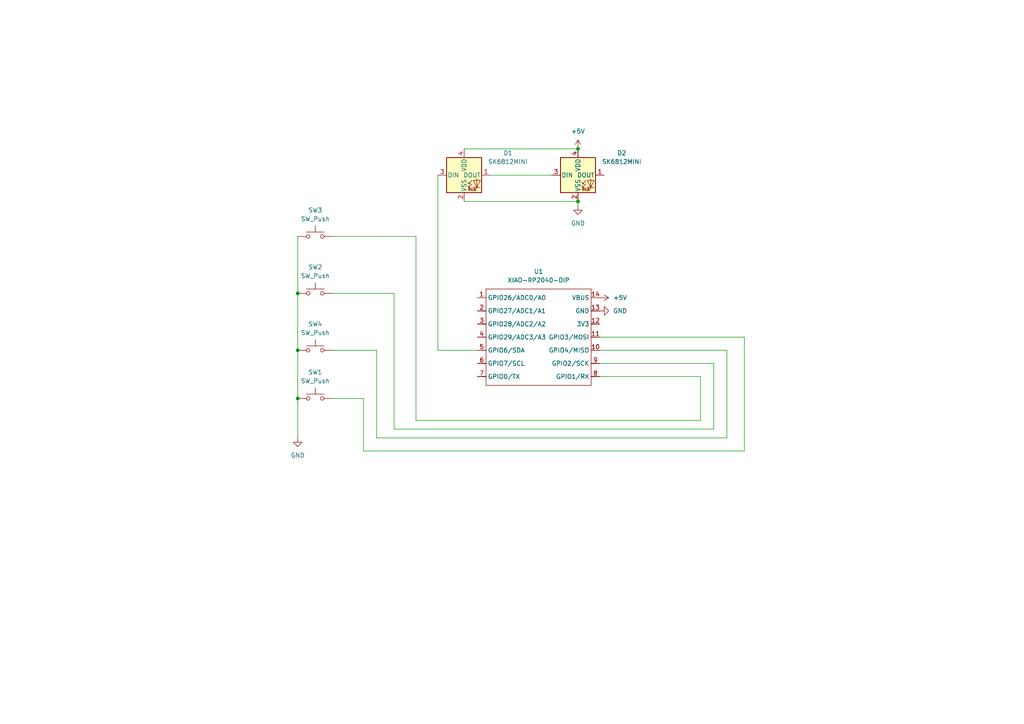
<source format=kicad_sch>
(kicad_sch
	(version 20250114)
	(generator "eeschema")
	(generator_version "9.0")
	(uuid "3e767889-1b11-4b2f-b3a5-cba255d79a85")
	(paper "A4")
	(lib_symbols
		(symbol "LED:SK6812MINI"
			(pin_names
				(offset 0.254)
			)
			(exclude_from_sim no)
			(in_bom yes)
			(on_board yes)
			(property "Reference" "D"
				(at 5.08 5.715 0)
				(effects
					(font
						(size 1.27 1.27)
					)
					(justify right bottom)
				)
			)
			(property "Value" "SK6812MINI"
				(at 1.27 -5.715 0)
				(effects
					(font
						(size 1.27 1.27)
					)
					(justify left top)
				)
			)
			(property "Footprint" "LED_SMD:LED_SK6812MINI_PLCC4_3.5x3.5mm_P1.75mm"
				(at 1.27 -7.62 0)
				(effects
					(font
						(size 1.27 1.27)
					)
					(justify left top)
					(hide yes)
				)
			)
			(property "Datasheet" "https://cdn-shop.adafruit.com/product-files/2686/SK6812MINI_REV.01-1-2.pdf"
				(at 2.54 -9.525 0)
				(effects
					(font
						(size 1.27 1.27)
					)
					(justify left top)
					(hide yes)
				)
			)
			(property "Description" "RGB LED with integrated controller"
				(at 0 0 0)
				(effects
					(font
						(size 1.27 1.27)
					)
					(hide yes)
				)
			)
			(property "ki_keywords" "RGB LED NeoPixel Mini addressable"
				(at 0 0 0)
				(effects
					(font
						(size 1.27 1.27)
					)
					(hide yes)
				)
			)
			(property "ki_fp_filters" "LED*SK6812MINI*PLCC*3.5x3.5mm*P1.75mm*"
				(at 0 0 0)
				(effects
					(font
						(size 1.27 1.27)
					)
					(hide yes)
				)
			)
			(symbol "SK6812MINI_0_0"
				(text "RGB"
					(at 2.286 -4.191 0)
					(effects
						(font
							(size 0.762 0.762)
						)
					)
				)
			)
			(symbol "SK6812MINI_0_1"
				(polyline
					(pts
						(xy 1.27 -2.54) (xy 1.778 -2.54)
					)
					(stroke
						(width 0)
						(type default)
					)
					(fill
						(type none)
					)
				)
				(polyline
					(pts
						(xy 1.27 -3.556) (xy 1.778 -3.556)
					)
					(stroke
						(width 0)
						(type default)
					)
					(fill
						(type none)
					)
				)
				(polyline
					(pts
						(xy 2.286 -1.524) (xy 1.27 -2.54) (xy 1.27 -2.032)
					)
					(stroke
						(width 0)
						(type default)
					)
					(fill
						(type none)
					)
				)
				(polyline
					(pts
						(xy 2.286 -2.54) (xy 1.27 -3.556) (xy 1.27 -3.048)
					)
					(stroke
						(width 0)
						(type default)
					)
					(fill
						(type none)
					)
				)
				(polyline
					(pts
						(xy 3.683 -1.016) (xy 3.683 -3.556) (xy 3.683 -4.064)
					)
					(stroke
						(width 0)
						(type default)
					)
					(fill
						(type none)
					)
				)
				(polyline
					(pts
						(xy 4.699 -1.524) (xy 2.667 -1.524) (xy 3.683 -3.556) (xy 4.699 -1.524)
					)
					(stroke
						(width 0)
						(type default)
					)
					(fill
						(type none)
					)
				)
				(polyline
					(pts
						(xy 4.699 -3.556) (xy 2.667 -3.556)
					)
					(stroke
						(width 0)
						(type default)
					)
					(fill
						(type none)
					)
				)
				(rectangle
					(start 5.08 5.08)
					(end -5.08 -5.08)
					(stroke
						(width 0.254)
						(type default)
					)
					(fill
						(type background)
					)
				)
			)
			(symbol "SK6812MINI_1_1"
				(pin input line
					(at -7.62 0 0)
					(length 2.54)
					(name "DIN"
						(effects
							(font
								(size 1.27 1.27)
							)
						)
					)
					(number "3"
						(effects
							(font
								(size 1.27 1.27)
							)
						)
					)
				)
				(pin power_in line
					(at 0 7.62 270)
					(length 2.54)
					(name "VDD"
						(effects
							(font
								(size 1.27 1.27)
							)
						)
					)
					(number "4"
						(effects
							(font
								(size 1.27 1.27)
							)
						)
					)
				)
				(pin power_in line
					(at 0 -7.62 90)
					(length 2.54)
					(name "VSS"
						(effects
							(font
								(size 1.27 1.27)
							)
						)
					)
					(number "2"
						(effects
							(font
								(size 1.27 1.27)
							)
						)
					)
				)
				(pin output line
					(at 7.62 0 180)
					(length 2.54)
					(name "DOUT"
						(effects
							(font
								(size 1.27 1.27)
							)
						)
					)
					(number "1"
						(effects
							(font
								(size 1.27 1.27)
							)
						)
					)
				)
			)
			(embedded_fonts no)
		)
		(symbol "OPL:XIAO-RP2040-DIP"
			(exclude_from_sim no)
			(in_bom yes)
			(on_board yes)
			(property "Reference" "U"
				(at 0 0 0)
				(effects
					(font
						(size 1.27 1.27)
					)
				)
			)
			(property "Value" "XIAO-RP2040-DIP"
				(at 5.334 -1.778 0)
				(effects
					(font
						(size 1.27 1.27)
					)
				)
			)
			(property "Footprint" "Module:MOUDLE14P-XIAO-DIP-SMD"
				(at 14.478 -32.258 0)
				(effects
					(font
						(size 1.27 1.27)
					)
					(hide yes)
				)
			)
			(property "Datasheet" ""
				(at 0 0 0)
				(effects
					(font
						(size 1.27 1.27)
					)
					(hide yes)
				)
			)
			(property "Description" ""
				(at 0 0 0)
				(effects
					(font
						(size 1.27 1.27)
					)
					(hide yes)
				)
			)
			(symbol "XIAO-RP2040-DIP_1_0"
				(polyline
					(pts
						(xy -1.27 -2.54) (xy 29.21 -2.54)
					)
					(stroke
						(width 0.1524)
						(type solid)
					)
					(fill
						(type none)
					)
				)
				(polyline
					(pts
						(xy -1.27 -5.08) (xy -2.54 -5.08)
					)
					(stroke
						(width 0.1524)
						(type solid)
					)
					(fill
						(type none)
					)
				)
				(polyline
					(pts
						(xy -1.27 -5.08) (xy -1.27 -2.54)
					)
					(stroke
						(width 0.1524)
						(type solid)
					)
					(fill
						(type none)
					)
				)
				(polyline
					(pts
						(xy -1.27 -8.89) (xy -2.54 -8.89)
					)
					(stroke
						(width 0.1524)
						(type solid)
					)
					(fill
						(type none)
					)
				)
				(polyline
					(pts
						(xy -1.27 -8.89) (xy -1.27 -5.08)
					)
					(stroke
						(width 0.1524)
						(type solid)
					)
					(fill
						(type none)
					)
				)
				(polyline
					(pts
						(xy -1.27 -12.7) (xy -2.54 -12.7)
					)
					(stroke
						(width 0.1524)
						(type solid)
					)
					(fill
						(type none)
					)
				)
				(polyline
					(pts
						(xy -1.27 -12.7) (xy -1.27 -8.89)
					)
					(stroke
						(width 0.1524)
						(type solid)
					)
					(fill
						(type none)
					)
				)
				(polyline
					(pts
						(xy -1.27 -16.51) (xy -2.54 -16.51)
					)
					(stroke
						(width 0.1524)
						(type solid)
					)
					(fill
						(type none)
					)
				)
				(polyline
					(pts
						(xy -1.27 -16.51) (xy -1.27 -12.7)
					)
					(stroke
						(width 0.1524)
						(type solid)
					)
					(fill
						(type none)
					)
				)
				(polyline
					(pts
						(xy -1.27 -20.32) (xy -2.54 -20.32)
					)
					(stroke
						(width 0.1524)
						(type solid)
					)
					(fill
						(type none)
					)
				)
				(polyline
					(pts
						(xy -1.27 -24.13) (xy -2.54 -24.13)
					)
					(stroke
						(width 0.1524)
						(type solid)
					)
					(fill
						(type none)
					)
				)
				(polyline
					(pts
						(xy -1.27 -27.94) (xy -2.54 -27.94)
					)
					(stroke
						(width 0.1524)
						(type solid)
					)
					(fill
						(type none)
					)
				)
				(polyline
					(pts
						(xy -1.27 -30.48) (xy -1.27 -16.51)
					)
					(stroke
						(width 0.1524)
						(type solid)
					)
					(fill
						(type none)
					)
				)
				(polyline
					(pts
						(xy 29.21 -2.54) (xy 29.21 -5.08)
					)
					(stroke
						(width 0.1524)
						(type solid)
					)
					(fill
						(type none)
					)
				)
				(polyline
					(pts
						(xy 29.21 -5.08) (xy 29.21 -8.89)
					)
					(stroke
						(width 0.1524)
						(type solid)
					)
					(fill
						(type none)
					)
				)
				(polyline
					(pts
						(xy 29.21 -8.89) (xy 29.21 -12.7)
					)
					(stroke
						(width 0.1524)
						(type solid)
					)
					(fill
						(type none)
					)
				)
				(polyline
					(pts
						(xy 29.21 -12.7) (xy 29.21 -30.48)
					)
					(stroke
						(width 0.1524)
						(type solid)
					)
					(fill
						(type none)
					)
				)
				(polyline
					(pts
						(xy 29.21 -30.48) (xy -1.27 -30.48)
					)
					(stroke
						(width 0.1524)
						(type solid)
					)
					(fill
						(type none)
					)
				)
				(polyline
					(pts
						(xy 30.48 -5.08) (xy 29.21 -5.08)
					)
					(stroke
						(width 0.1524)
						(type solid)
					)
					(fill
						(type none)
					)
				)
				(polyline
					(pts
						(xy 30.48 -8.89) (xy 29.21 -8.89)
					)
					(stroke
						(width 0.1524)
						(type solid)
					)
					(fill
						(type none)
					)
				)
				(polyline
					(pts
						(xy 30.48 -12.7) (xy 29.21 -12.7)
					)
					(stroke
						(width 0.1524)
						(type solid)
					)
					(fill
						(type none)
					)
				)
				(polyline
					(pts
						(xy 30.48 -16.51) (xy 29.21 -16.51)
					)
					(stroke
						(width 0.1524)
						(type solid)
					)
					(fill
						(type none)
					)
				)
				(polyline
					(pts
						(xy 30.48 -20.32) (xy 29.21 -20.32)
					)
					(stroke
						(width 0.1524)
						(type solid)
					)
					(fill
						(type none)
					)
				)
				(polyline
					(pts
						(xy 30.48 -24.13) (xy 29.21 -24.13)
					)
					(stroke
						(width 0.1524)
						(type solid)
					)
					(fill
						(type none)
					)
				)
				(polyline
					(pts
						(xy 30.48 -27.94) (xy 29.21 -27.94)
					)
					(stroke
						(width 0.1524)
						(type solid)
					)
					(fill
						(type none)
					)
				)
				(pin passive line
					(at -3.81 -5.08 0)
					(length 2.54)
					(name "GPIO26/ADC0/A0"
						(effects
							(font
								(size 1.27 1.27)
							)
						)
					)
					(number "1"
						(effects
							(font
								(size 1.27 1.27)
							)
						)
					)
				)
				(pin passive line
					(at -3.81 -8.89 0)
					(length 2.54)
					(name "GPIO27/ADC1/A1"
						(effects
							(font
								(size 1.27 1.27)
							)
						)
					)
					(number "2"
						(effects
							(font
								(size 1.27 1.27)
							)
						)
					)
				)
				(pin passive line
					(at -3.81 -12.7 0)
					(length 2.54)
					(name "GPIO28/ADC2/A2"
						(effects
							(font
								(size 1.27 1.27)
							)
						)
					)
					(number "3"
						(effects
							(font
								(size 1.27 1.27)
							)
						)
					)
				)
				(pin passive line
					(at -3.81 -16.51 0)
					(length 2.54)
					(name "GPIO29/ADC3/A3"
						(effects
							(font
								(size 1.27 1.27)
							)
						)
					)
					(number "4"
						(effects
							(font
								(size 1.27 1.27)
							)
						)
					)
				)
				(pin passive line
					(at -3.81 -20.32 0)
					(length 2.54)
					(name "GPIO6/SDA"
						(effects
							(font
								(size 1.27 1.27)
							)
						)
					)
					(number "5"
						(effects
							(font
								(size 1.27 1.27)
							)
						)
					)
				)
				(pin passive line
					(at -3.81 -24.13 0)
					(length 2.54)
					(name "GPIO7/SCL"
						(effects
							(font
								(size 1.27 1.27)
							)
						)
					)
					(number "6"
						(effects
							(font
								(size 1.27 1.27)
							)
						)
					)
				)
				(pin passive line
					(at -3.81 -27.94 0)
					(length 2.54)
					(name "GPIO0/TX"
						(effects
							(font
								(size 1.27 1.27)
							)
						)
					)
					(number "7"
						(effects
							(font
								(size 1.27 1.27)
							)
						)
					)
				)
				(pin passive line
					(at 31.75 -5.08 180)
					(length 2.54)
					(name "VBUS"
						(effects
							(font
								(size 1.27 1.27)
							)
						)
					)
					(number "14"
						(effects
							(font
								(size 1.27 1.27)
							)
						)
					)
				)
				(pin passive line
					(at 31.75 -8.89 180)
					(length 2.54)
					(name "GND"
						(effects
							(font
								(size 1.27 1.27)
							)
						)
					)
					(number "13"
						(effects
							(font
								(size 1.27 1.27)
							)
						)
					)
				)
				(pin passive line
					(at 31.75 -12.7 180)
					(length 2.54)
					(name "3V3"
						(effects
							(font
								(size 1.27 1.27)
							)
						)
					)
					(number "12"
						(effects
							(font
								(size 1.27 1.27)
							)
						)
					)
				)
				(pin passive line
					(at 31.75 -16.51 180)
					(length 2.54)
					(name "GPIO3/MOSI"
						(effects
							(font
								(size 1.27 1.27)
							)
						)
					)
					(number "11"
						(effects
							(font
								(size 1.27 1.27)
							)
						)
					)
				)
				(pin passive line
					(at 31.75 -20.32 180)
					(length 2.54)
					(name "GPIO4/MISO"
						(effects
							(font
								(size 1.27 1.27)
							)
						)
					)
					(number "10"
						(effects
							(font
								(size 1.27 1.27)
							)
						)
					)
				)
				(pin passive line
					(at 31.75 -24.13 180)
					(length 2.54)
					(name "GPIO2/SCK"
						(effects
							(font
								(size 1.27 1.27)
							)
						)
					)
					(number "9"
						(effects
							(font
								(size 1.27 1.27)
							)
						)
					)
				)
				(pin passive line
					(at 31.75 -27.94 180)
					(length 2.54)
					(name "GPIO1/RX"
						(effects
							(font
								(size 1.27 1.27)
							)
						)
					)
					(number "8"
						(effects
							(font
								(size 1.27 1.27)
							)
						)
					)
				)
			)
			(embedded_fonts no)
		)
		(symbol "Switch:SW_Push"
			(pin_numbers
				(hide yes)
			)
			(pin_names
				(offset 1.016)
				(hide yes)
			)
			(exclude_from_sim no)
			(in_bom yes)
			(on_board yes)
			(property "Reference" "SW"
				(at 1.27 2.54 0)
				(effects
					(font
						(size 1.27 1.27)
					)
					(justify left)
				)
			)
			(property "Value" "SW_Push"
				(at 0 -1.524 0)
				(effects
					(font
						(size 1.27 1.27)
					)
				)
			)
			(property "Footprint" ""
				(at 0 5.08 0)
				(effects
					(font
						(size 1.27 1.27)
					)
					(hide yes)
				)
			)
			(property "Datasheet" "~"
				(at 0 5.08 0)
				(effects
					(font
						(size 1.27 1.27)
					)
					(hide yes)
				)
			)
			(property "Description" "Push button switch, generic, two pins"
				(at 0 0 0)
				(effects
					(font
						(size 1.27 1.27)
					)
					(hide yes)
				)
			)
			(property "ki_keywords" "switch normally-open pushbutton push-button"
				(at 0 0 0)
				(effects
					(font
						(size 1.27 1.27)
					)
					(hide yes)
				)
			)
			(symbol "SW_Push_0_1"
				(circle
					(center -2.032 0)
					(radius 0.508)
					(stroke
						(width 0)
						(type default)
					)
					(fill
						(type none)
					)
				)
				(polyline
					(pts
						(xy 0 1.27) (xy 0 3.048)
					)
					(stroke
						(width 0)
						(type default)
					)
					(fill
						(type none)
					)
				)
				(circle
					(center 2.032 0)
					(radius 0.508)
					(stroke
						(width 0)
						(type default)
					)
					(fill
						(type none)
					)
				)
				(polyline
					(pts
						(xy 2.54 1.27) (xy -2.54 1.27)
					)
					(stroke
						(width 0)
						(type default)
					)
					(fill
						(type none)
					)
				)
				(pin passive line
					(at -5.08 0 0)
					(length 2.54)
					(name "1"
						(effects
							(font
								(size 1.27 1.27)
							)
						)
					)
					(number "1"
						(effects
							(font
								(size 1.27 1.27)
							)
						)
					)
				)
				(pin passive line
					(at 5.08 0 180)
					(length 2.54)
					(name "2"
						(effects
							(font
								(size 1.27 1.27)
							)
						)
					)
					(number "2"
						(effects
							(font
								(size 1.27 1.27)
							)
						)
					)
				)
			)
			(embedded_fonts no)
		)
		(symbol "power:+5V"
			(power)
			(pin_numbers
				(hide yes)
			)
			(pin_names
				(offset 0)
				(hide yes)
			)
			(exclude_from_sim no)
			(in_bom yes)
			(on_board yes)
			(property "Reference" "#PWR"
				(at 0 -3.81 0)
				(effects
					(font
						(size 1.27 1.27)
					)
					(hide yes)
				)
			)
			(property "Value" "+5V"
				(at 0 3.556 0)
				(effects
					(font
						(size 1.27 1.27)
					)
				)
			)
			(property "Footprint" ""
				(at 0 0 0)
				(effects
					(font
						(size 1.27 1.27)
					)
					(hide yes)
				)
			)
			(property "Datasheet" ""
				(at 0 0 0)
				(effects
					(font
						(size 1.27 1.27)
					)
					(hide yes)
				)
			)
			(property "Description" "Power symbol creates a global label with name \"+5V\""
				(at 0 0 0)
				(effects
					(font
						(size 1.27 1.27)
					)
					(hide yes)
				)
			)
			(property "ki_keywords" "global power"
				(at 0 0 0)
				(effects
					(font
						(size 1.27 1.27)
					)
					(hide yes)
				)
			)
			(symbol "+5V_0_1"
				(polyline
					(pts
						(xy -0.762 1.27) (xy 0 2.54)
					)
					(stroke
						(width 0)
						(type default)
					)
					(fill
						(type none)
					)
				)
				(polyline
					(pts
						(xy 0 2.54) (xy 0.762 1.27)
					)
					(stroke
						(width 0)
						(type default)
					)
					(fill
						(type none)
					)
				)
				(polyline
					(pts
						(xy 0 0) (xy 0 2.54)
					)
					(stroke
						(width 0)
						(type default)
					)
					(fill
						(type none)
					)
				)
			)
			(symbol "+5V_1_1"
				(pin power_in line
					(at 0 0 90)
					(length 0)
					(name "~"
						(effects
							(font
								(size 1.27 1.27)
							)
						)
					)
					(number "1"
						(effects
							(font
								(size 1.27 1.27)
							)
						)
					)
				)
			)
			(embedded_fonts no)
		)
		(symbol "power:GND"
			(power)
			(pin_numbers
				(hide yes)
			)
			(pin_names
				(offset 0)
				(hide yes)
			)
			(exclude_from_sim no)
			(in_bom yes)
			(on_board yes)
			(property "Reference" "#PWR"
				(at 0 -6.35 0)
				(effects
					(font
						(size 1.27 1.27)
					)
					(hide yes)
				)
			)
			(property "Value" "GND"
				(at 0 -3.81 0)
				(effects
					(font
						(size 1.27 1.27)
					)
				)
			)
			(property "Footprint" ""
				(at 0 0 0)
				(effects
					(font
						(size 1.27 1.27)
					)
					(hide yes)
				)
			)
			(property "Datasheet" ""
				(at 0 0 0)
				(effects
					(font
						(size 1.27 1.27)
					)
					(hide yes)
				)
			)
			(property "Description" "Power symbol creates a global label with name \"GND\" , ground"
				(at 0 0 0)
				(effects
					(font
						(size 1.27 1.27)
					)
					(hide yes)
				)
			)
			(property "ki_keywords" "global power"
				(at 0 0 0)
				(effects
					(font
						(size 1.27 1.27)
					)
					(hide yes)
				)
			)
			(symbol "GND_0_1"
				(polyline
					(pts
						(xy 0 0) (xy 0 -1.27) (xy 1.27 -1.27) (xy 0 -2.54) (xy -1.27 -1.27) (xy 0 -1.27)
					)
					(stroke
						(width 0)
						(type default)
					)
					(fill
						(type none)
					)
				)
			)
			(symbol "GND_1_1"
				(pin power_in line
					(at 0 0 270)
					(length 0)
					(name "~"
						(effects
							(font
								(size 1.27 1.27)
							)
						)
					)
					(number "1"
						(effects
							(font
								(size 1.27 1.27)
							)
						)
					)
				)
			)
			(embedded_fonts no)
		)
	)
	(junction
		(at 86.36 85.09)
		(diameter 0)
		(color 0 0 0 0)
		(uuid "2a3446c8-6ea5-4e8b-8fab-c232e48ef656")
	)
	(junction
		(at 86.36 101.6)
		(diameter 0)
		(color 0 0 0 0)
		(uuid "41c00505-abaa-43a3-99e2-5fd349ff56cd")
	)
	(junction
		(at 167.64 58.42)
		(diameter 0)
		(color 0 0 0 0)
		(uuid "dc955750-f43e-4290-91e5-dada398d2886")
	)
	(junction
		(at 167.64 43.18)
		(diameter 0)
		(color 0 0 0 0)
		(uuid "ddaa8385-fcb5-4992-843e-aa548be1632f")
	)
	(junction
		(at 86.36 115.57)
		(diameter 0)
		(color 0 0 0 0)
		(uuid "fed567ee-5b4b-4a51-9ee8-1fe8d671854d")
	)
	(wire
		(pts
			(xy 134.62 43.18) (xy 167.64 43.18)
		)
		(stroke
			(width 0)
			(type default)
		)
		(uuid "0856e616-4209-4621-bd88-3f0f30caf6c7")
	)
	(wire
		(pts
			(xy 114.3 124.46) (xy 207.01 124.46)
		)
		(stroke
			(width 0)
			(type default)
		)
		(uuid "0956a11c-4cb2-4055-931d-1a7cbdfa2e7b")
	)
	(wire
		(pts
			(xy 134.62 58.42) (xy 167.64 58.42)
		)
		(stroke
			(width 0)
			(type default)
		)
		(uuid "2541a339-7cb2-4bca-8850-b68bed9b37a6")
	)
	(wire
		(pts
			(xy 207.01 124.46) (xy 207.01 105.41)
		)
		(stroke
			(width 0)
			(type default)
		)
		(uuid "3bd2b7fa-93fd-4c67-a8a4-2bcd6b7a671e")
	)
	(wire
		(pts
			(xy 96.52 101.6) (xy 109.22 101.6)
		)
		(stroke
			(width 0)
			(type default)
		)
		(uuid "4863869d-8c61-46df-a15d-18c1171de0e7")
	)
	(wire
		(pts
			(xy 167.64 58.42) (xy 167.64 59.69)
		)
		(stroke
			(width 0)
			(type default)
		)
		(uuid "4ffca439-4dde-4693-b4e9-7ed20e0a3f77")
	)
	(wire
		(pts
			(xy 173.99 101.6) (xy 210.82 101.6)
		)
		(stroke
			(width 0)
			(type default)
		)
		(uuid "569643d4-d060-4833-a086-b0102da0e05d")
	)
	(wire
		(pts
			(xy 96.52 115.57) (xy 105.41 115.57)
		)
		(stroke
			(width 0)
			(type default)
		)
		(uuid "573d53f5-8206-48c1-a6d7-4ee1ef1d3148")
	)
	(wire
		(pts
			(xy 86.36 101.6) (xy 86.36 115.57)
		)
		(stroke
			(width 0)
			(type default)
		)
		(uuid "5939ddcd-df84-42d5-b9e8-894a13ddd40f")
	)
	(wire
		(pts
			(xy 210.82 127) (xy 210.82 101.6)
		)
		(stroke
			(width 0)
			(type default)
		)
		(uuid "5a302873-2ae2-4c43-87c9-8c3e971e92a4")
	)
	(wire
		(pts
			(xy 207.01 105.41) (xy 173.99 105.41)
		)
		(stroke
			(width 0)
			(type default)
		)
		(uuid "5c17f2c6-63f9-4cd1-a8b4-7f6d6dab3602")
	)
	(wire
		(pts
			(xy 109.22 101.6) (xy 109.22 127)
		)
		(stroke
			(width 0)
			(type default)
		)
		(uuid "5d6885da-63aa-4941-971e-5c6298197054")
	)
	(wire
		(pts
			(xy 105.41 130.81) (xy 215.9 130.81)
		)
		(stroke
			(width 0)
			(type default)
		)
		(uuid "6c70b513-712a-492f-a8b8-cbf4fd454602")
	)
	(wire
		(pts
			(xy 86.36 115.57) (xy 86.36 127)
		)
		(stroke
			(width 0)
			(type default)
		)
		(uuid "7716dd81-a299-4d25-9c17-f6d940c97127")
	)
	(wire
		(pts
			(xy 142.24 50.8) (xy 160.02 50.8)
		)
		(stroke
			(width 0)
			(type default)
		)
		(uuid "7d168baf-e6ae-4dae-be91-7285bb0f278c")
	)
	(wire
		(pts
			(xy 109.22 127) (xy 210.82 127)
		)
		(stroke
			(width 0)
			(type default)
		)
		(uuid "7fdaba58-c570-4671-be0c-60d61706a8ba")
	)
	(wire
		(pts
			(xy 215.9 130.81) (xy 215.9 97.79)
		)
		(stroke
			(width 0)
			(type default)
		)
		(uuid "853b9971-5193-4ac4-9199-55a2ff2c4114")
	)
	(wire
		(pts
			(xy 120.65 121.92) (xy 203.2 121.92)
		)
		(stroke
			(width 0)
			(type default)
		)
		(uuid "a56df286-3514-4f87-aa84-666f6acc19d3")
	)
	(wire
		(pts
			(xy 203.2 121.92) (xy 203.2 109.22)
		)
		(stroke
			(width 0)
			(type default)
		)
		(uuid "b0f03cd1-4842-4eae-a72c-d058c051889f")
	)
	(wire
		(pts
			(xy 173.99 97.79) (xy 215.9 97.79)
		)
		(stroke
			(width 0)
			(type default)
		)
		(uuid "cf4f52b5-8ebb-4ac5-88cc-4a3b5fcec012")
	)
	(wire
		(pts
			(xy 86.36 85.09) (xy 86.36 101.6)
		)
		(stroke
			(width 0)
			(type default)
		)
		(uuid "d81ed1ce-24fe-44fd-ade6-80a035b6cd05")
	)
	(wire
		(pts
			(xy 96.52 85.09) (xy 114.3 85.09)
		)
		(stroke
			(width 0)
			(type default)
		)
		(uuid "d93e5eab-79f7-4950-ab3e-05b542e11ca0")
	)
	(wire
		(pts
			(xy 127 101.6) (xy 138.43 101.6)
		)
		(stroke
			(width 0)
			(type default)
		)
		(uuid "db8ae7d9-ee69-4a6e-a1f2-2b0296f60a99")
	)
	(wire
		(pts
			(xy 86.36 68.58) (xy 86.36 85.09)
		)
		(stroke
			(width 0)
			(type default)
		)
		(uuid "dd85d4d9-c296-4b35-adc0-dac80c557144")
	)
	(wire
		(pts
			(xy 105.41 115.57) (xy 105.41 130.81)
		)
		(stroke
			(width 0)
			(type default)
		)
		(uuid "e91e0cd7-d735-4834-9752-52a94fb8eab2")
	)
	(wire
		(pts
			(xy 127 50.8) (xy 127 101.6)
		)
		(stroke
			(width 0)
			(type default)
		)
		(uuid "e9dc33ff-686e-4c05-811f-0fae3ad30123")
	)
	(wire
		(pts
			(xy 120.65 68.58) (xy 120.65 121.92)
		)
		(stroke
			(width 0)
			(type default)
		)
		(uuid "ed72c386-90ba-4a8f-911f-70fca189c331")
	)
	(wire
		(pts
			(xy 114.3 85.09) (xy 114.3 124.46)
		)
		(stroke
			(width 0)
			(type default)
		)
		(uuid "f32357ee-f962-48f7-a23c-9de2633e1751")
	)
	(wire
		(pts
			(xy 203.2 109.22) (xy 173.99 109.22)
		)
		(stroke
			(width 0)
			(type default)
		)
		(uuid "f97ec80f-433a-4196-af2f-c243637e2939")
	)
	(wire
		(pts
			(xy 96.52 68.58) (xy 120.65 68.58)
		)
		(stroke
			(width 0)
			(type default)
		)
		(uuid "fc1ddf86-59dc-4aba-b556-669b10fbd472")
	)
	(symbol
		(lib_id "Switch:SW_Push")
		(at 91.44 101.6 0)
		(unit 1)
		(exclude_from_sim no)
		(in_bom yes)
		(on_board yes)
		(dnp no)
		(fields_autoplaced yes)
		(uuid "1d566c85-e19d-4303-9d52-c540762b0ace")
		(property "Reference" "SW4"
			(at 91.44 93.98 0)
			(effects
				(font
					(size 1.27 1.27)
				)
			)
		)
		(property "Value" "SW_Push"
			(at 91.44 96.52 0)
			(effects
				(font
					(size 1.27 1.27)
				)
			)
		)
		(property "Footprint" "Button_Switch_Keyboard:SW_Cherry_MX_1.00u_PCB"
			(at 91.44 96.52 0)
			(effects
				(font
					(size 1.27 1.27)
				)
				(hide yes)
			)
		)
		(property "Datasheet" "~"
			(at 91.44 96.52 0)
			(effects
				(font
					(size 1.27 1.27)
				)
				(hide yes)
			)
		)
		(property "Description" "Push button switch, generic, two pins"
			(at 91.44 101.6 0)
			(effects
				(font
					(size 1.27 1.27)
				)
				(hide yes)
			)
		)
		(pin "2"
			(uuid "c6e3def1-86d6-468c-8044-43c0b72f98c5")
		)
		(pin "1"
			(uuid "c9c387bf-d595-44cf-bdb5-13bcc3b545b0")
		)
		(instances
			(project ""
				(path "/3e767889-1b11-4b2f-b3a5-cba255d79a85"
					(reference "SW4")
					(unit 1)
				)
			)
		)
	)
	(symbol
		(lib_id "Switch:SW_Push")
		(at 91.44 115.57 0)
		(unit 1)
		(exclude_from_sim no)
		(in_bom yes)
		(on_board yes)
		(dnp no)
		(uuid "2677c9db-28d4-4c8c-bb49-f1b4f035c54f")
		(property "Reference" "SW1"
			(at 91.44 107.95 0)
			(effects
				(font
					(size 1.27 1.27)
				)
			)
		)
		(property "Value" "SW_Push"
			(at 91.44 110.49 0)
			(effects
				(font
					(size 1.27 1.27)
				)
			)
		)
		(property "Footprint" "Button_Switch_Keyboard:SW_Cherry_MX_1.00u_PCB"
			(at 91.44 110.49 0)
			(effects
				(font
					(size 1.27 1.27)
				)
				(hide yes)
			)
		)
		(property "Datasheet" "~"
			(at 91.44 110.49 0)
			(effects
				(font
					(size 1.27 1.27)
				)
				(hide yes)
			)
		)
		(property "Description" "Push button switch, generic, two pins"
			(at 91.44 115.57 0)
			(effects
				(font
					(size 1.27 1.27)
				)
				(hide yes)
			)
		)
		(pin "1"
			(uuid "303f4344-31c8-4377-8083-0bdf1bb20eef")
		)
		(pin "2"
			(uuid "5f40b6a2-aefd-4b47-b5cb-c14c360a948e")
		)
		(instances
			(project ""
				(path "/3e767889-1b11-4b2f-b3a5-cba255d79a85"
					(reference "SW1")
					(unit 1)
				)
			)
		)
	)
	(symbol
		(lib_id "power:+5V")
		(at 173.99 86.36 270)
		(unit 1)
		(exclude_from_sim no)
		(in_bom yes)
		(on_board yes)
		(dnp no)
		(fields_autoplaced yes)
		(uuid "4a5709a9-130e-4e7a-8f25-c9dcb90738cd")
		(property "Reference" "#PWR04"
			(at 170.18 86.36 0)
			(effects
				(font
					(size 1.27 1.27)
				)
				(hide yes)
			)
		)
		(property "Value" "+5V"
			(at 177.8 86.3599 90)
			(effects
				(font
					(size 1.27 1.27)
				)
				(justify left)
			)
		)
		(property "Footprint" ""
			(at 173.99 86.36 0)
			(effects
				(font
					(size 1.27 1.27)
				)
				(hide yes)
			)
		)
		(property "Datasheet" ""
			(at 173.99 86.36 0)
			(effects
				(font
					(size 1.27 1.27)
				)
				(hide yes)
			)
		)
		(property "Description" "Power symbol creates a global label with name \"+5V\""
			(at 173.99 86.36 0)
			(effects
				(font
					(size 1.27 1.27)
				)
				(hide yes)
			)
		)
		(pin "1"
			(uuid "6e5aeb65-c902-4a50-af95-9f6a1e891285")
		)
		(instances
			(project ""
				(path "/3e767889-1b11-4b2f-b3a5-cba255d79a85"
					(reference "#PWR04")
					(unit 1)
				)
			)
		)
	)
	(symbol
		(lib_id "power:GND")
		(at 173.99 90.17 90)
		(unit 1)
		(exclude_from_sim no)
		(in_bom yes)
		(on_board yes)
		(dnp no)
		(fields_autoplaced yes)
		(uuid "8b017b44-401c-4ebd-88c0-4ea2ed5dbd51")
		(property "Reference" "#PWR03"
			(at 180.34 90.17 0)
			(effects
				(font
					(size 1.27 1.27)
				)
				(hide yes)
			)
		)
		(property "Value" "GND"
			(at 177.8 90.1699 90)
			(effects
				(font
					(size 1.27 1.27)
				)
				(justify right)
			)
		)
		(property "Footprint" ""
			(at 173.99 90.17 0)
			(effects
				(font
					(size 1.27 1.27)
				)
				(hide yes)
			)
		)
		(property "Datasheet" ""
			(at 173.99 90.17 0)
			(effects
				(font
					(size 1.27 1.27)
				)
				(hide yes)
			)
		)
		(property "Description" "Power symbol creates a global label with name \"GND\" , ground"
			(at 173.99 90.17 0)
			(effects
				(font
					(size 1.27 1.27)
				)
				(hide yes)
			)
		)
		(pin "1"
			(uuid "bd5e1b63-bde1-46d9-a2f0-d7b838712fe7")
		)
		(instances
			(project ""
				(path "/3e767889-1b11-4b2f-b3a5-cba255d79a85"
					(reference "#PWR03")
					(unit 1)
				)
			)
		)
	)
	(symbol
		(lib_id "power:+5V")
		(at 167.64 43.18 0)
		(unit 1)
		(exclude_from_sim no)
		(in_bom yes)
		(on_board yes)
		(dnp no)
		(fields_autoplaced yes)
		(uuid "ab80aaae-8456-416f-919f-e1fe89016555")
		(property "Reference" "#PWR05"
			(at 167.64 46.99 0)
			(effects
				(font
					(size 1.27 1.27)
				)
				(hide yes)
			)
		)
		(property "Value" "+5V"
			(at 167.64 38.1 0)
			(effects
				(font
					(size 1.27 1.27)
				)
			)
		)
		(property "Footprint" ""
			(at 167.64 43.18 0)
			(effects
				(font
					(size 1.27 1.27)
				)
				(hide yes)
			)
		)
		(property "Datasheet" ""
			(at 167.64 43.18 0)
			(effects
				(font
					(size 1.27 1.27)
				)
				(hide yes)
			)
		)
		(property "Description" "Power symbol creates a global label with name \"+5V\""
			(at 167.64 43.18 0)
			(effects
				(font
					(size 1.27 1.27)
				)
				(hide yes)
			)
		)
		(pin "1"
			(uuid "6aa2a8a7-3341-403a-a98b-3015b3ac5ae2")
		)
		(instances
			(project ""
				(path "/3e767889-1b11-4b2f-b3a5-cba255d79a85"
					(reference "#PWR05")
					(unit 1)
				)
			)
		)
	)
	(symbol
		(lib_id "power:GND")
		(at 86.36 127 0)
		(unit 1)
		(exclude_from_sim no)
		(in_bom yes)
		(on_board yes)
		(dnp no)
		(fields_autoplaced yes)
		(uuid "b333da91-9e89-4b10-bcb5-65b95d1dd91d")
		(property "Reference" "#PWR01"
			(at 86.36 133.35 0)
			(effects
				(font
					(size 1.27 1.27)
				)
				(hide yes)
			)
		)
		(property "Value" "GND"
			(at 86.36 132.08 0)
			(effects
				(font
					(size 1.27 1.27)
				)
			)
		)
		(property "Footprint" ""
			(at 86.36 127 0)
			(effects
				(font
					(size 1.27 1.27)
				)
				(hide yes)
			)
		)
		(property "Datasheet" ""
			(at 86.36 127 0)
			(effects
				(font
					(size 1.27 1.27)
				)
				(hide yes)
			)
		)
		(property "Description" "Power symbol creates a global label with name \"GND\" , ground"
			(at 86.36 127 0)
			(effects
				(font
					(size 1.27 1.27)
				)
				(hide yes)
			)
		)
		(pin "1"
			(uuid "62632d2b-713f-4f6c-be66-1f4d2bcfe418")
		)
		(instances
			(project ""
				(path "/3e767889-1b11-4b2f-b3a5-cba255d79a85"
					(reference "#PWR01")
					(unit 1)
				)
			)
		)
	)
	(symbol
		(lib_id "LED:SK6812MINI")
		(at 134.62 50.8 0)
		(unit 1)
		(exclude_from_sim no)
		(in_bom yes)
		(on_board yes)
		(dnp no)
		(fields_autoplaced yes)
		(uuid "b64320ea-7eb9-4fe8-829c-5fad58de1859")
		(property "Reference" "D1"
			(at 147.32 44.3798 0)
			(effects
				(font
					(size 1.27 1.27)
				)
			)
		)
		(property "Value" "SK6812MINI"
			(at 147.32 46.9198 0)
			(effects
				(font
					(size 1.27 1.27)
				)
			)
		)
		(property "Footprint" "LED_SMD:LED_SK6812MINI_PLCC4_3.5x3.5mm_P1.75mm"
			(at 135.89 58.42 0)
			(effects
				(font
					(size 1.27 1.27)
				)
				(justify left top)
				(hide yes)
			)
		)
		(property "Datasheet" "https://cdn-shop.adafruit.com/product-files/2686/SK6812MINI_REV.01-1-2.pdf"
			(at 137.16 60.325 0)
			(effects
				(font
					(size 1.27 1.27)
				)
				(justify left top)
				(hide yes)
			)
		)
		(property "Description" "RGB LED with integrated controller"
			(at 134.62 50.8 0)
			(effects
				(font
					(size 1.27 1.27)
				)
				(hide yes)
			)
		)
		(pin "2"
			(uuid "2dee761e-e944-478f-af12-175992620161")
		)
		(pin "3"
			(uuid "8c1eedeb-4070-4797-92c3-c54e210d6d27")
		)
		(pin "4"
			(uuid "b2facf45-52de-484d-ac2a-6404ac3deb62")
		)
		(pin "1"
			(uuid "bb48c2d5-6058-414a-ab8e-350c1ca74023")
		)
		(instances
			(project ""
				(path "/3e767889-1b11-4b2f-b3a5-cba255d79a85"
					(reference "D1")
					(unit 1)
				)
			)
		)
	)
	(symbol
		(lib_id "OPL:XIAO-RP2040-DIP")
		(at 142.24 81.28 0)
		(unit 1)
		(exclude_from_sim no)
		(in_bom yes)
		(on_board yes)
		(dnp no)
		(fields_autoplaced yes)
		(uuid "bf0d21a2-8233-4022-87d2-5861eb5ce899")
		(property "Reference" "U1"
			(at 156.21 78.74 0)
			(effects
				(font
					(size 1.27 1.27)
				)
			)
		)
		(property "Value" "XIAO-RP2040-DIP"
			(at 156.21 81.28 0)
			(effects
				(font
					(size 1.27 1.27)
				)
			)
		)
		(property "Footprint" "OPL:XIAO-RP2040-DIP"
			(at 156.718 113.538 0)
			(effects
				(font
					(size 1.27 1.27)
				)
				(hide yes)
			)
		)
		(property "Datasheet" ""
			(at 142.24 81.28 0)
			(effects
				(font
					(size 1.27 1.27)
				)
				(hide yes)
			)
		)
		(property "Description" ""
			(at 142.24 81.28 0)
			(effects
				(font
					(size 1.27 1.27)
				)
				(hide yes)
			)
		)
		(pin "7"
			(uuid "659f7bdf-4548-40b0-a09a-5a581a62a4b6")
		)
		(pin "13"
			(uuid "28f97f7d-3220-4588-a204-61055275c408")
		)
		(pin "3"
			(uuid "c333667d-4d09-4612-a802-97b094212f4e")
		)
		(pin "5"
			(uuid "406c863e-0450-46cb-bb7f-a77930d9abd3")
		)
		(pin "12"
			(uuid "f6005a87-b6f9-4a2c-ad0a-093f3a44fb49")
		)
		(pin "6"
			(uuid "7a0ef1d5-c565-416c-b3cb-ee167659f3f1")
		)
		(pin "1"
			(uuid "fa59202e-791b-4ec1-89e7-1a17ce74b4ae")
		)
		(pin "9"
			(uuid "cf388b53-1a72-4169-8873-432df76c1f46")
		)
		(pin "2"
			(uuid "f5ce43cd-97f5-494c-bca0-694f59b914a2")
		)
		(pin "4"
			(uuid "5dbb2493-6dd8-487c-b2c1-b3b897aa25e8")
		)
		(pin "14"
			(uuid "295a8534-b2f9-4e7d-857b-5dded1395dcc")
		)
		(pin "10"
			(uuid "abe9028d-7b5f-446a-872a-8e256c4ca324")
		)
		(pin "8"
			(uuid "13db2899-4737-4ee3-a11e-4b8727597791")
		)
		(pin "11"
			(uuid "f5503e7e-f426-47f7-9686-f2f869a5b63c")
		)
		(instances
			(project ""
				(path "/3e767889-1b11-4b2f-b3a5-cba255d79a85"
					(reference "U1")
					(unit 1)
				)
			)
		)
	)
	(symbol
		(lib_id "Switch:SW_Push")
		(at 91.44 85.09 0)
		(unit 1)
		(exclude_from_sim no)
		(in_bom yes)
		(on_board yes)
		(dnp no)
		(fields_autoplaced yes)
		(uuid "cfc8b8f9-ed45-425a-95c8-cc48337f90ad")
		(property "Reference" "SW2"
			(at 91.44 77.47 0)
			(effects
				(font
					(size 1.27 1.27)
				)
			)
		)
		(property "Value" "SW_Push"
			(at 91.44 80.01 0)
			(effects
				(font
					(size 1.27 1.27)
				)
			)
		)
		(property "Footprint" "Button_Switch_Keyboard:SW_Cherry_MX_1.00u_PCB"
			(at 91.44 80.01 0)
			(effects
				(font
					(size 1.27 1.27)
				)
				(hide yes)
			)
		)
		(property "Datasheet" "~"
			(at 91.44 80.01 0)
			(effects
				(font
					(size 1.27 1.27)
				)
				(hide yes)
			)
		)
		(property "Description" "Push button switch, generic, two pins"
			(at 91.44 85.09 0)
			(effects
				(font
					(size 1.27 1.27)
				)
				(hide yes)
			)
		)
		(pin "1"
			(uuid "3129295a-2ab7-4b28-bc1b-ea71d348e616")
		)
		(pin "2"
			(uuid "360265af-6eb8-441b-99b8-b370a60f40be")
		)
		(instances
			(project ""
				(path "/3e767889-1b11-4b2f-b3a5-cba255d79a85"
					(reference "SW2")
					(unit 1)
				)
			)
		)
	)
	(symbol
		(lib_id "LED:SK6812MINI")
		(at 167.64 50.8 0)
		(unit 1)
		(exclude_from_sim no)
		(in_bom yes)
		(on_board yes)
		(dnp no)
		(fields_autoplaced yes)
		(uuid "d8d8b6a5-c153-4451-8ebd-8337312f85cf")
		(property "Reference" "D2"
			(at 180.34 44.3798 0)
			(effects
				(font
					(size 1.27 1.27)
				)
			)
		)
		(property "Value" "SK6812MINI"
			(at 180.34 46.9198 0)
			(effects
				(font
					(size 1.27 1.27)
				)
			)
		)
		(property "Footprint" "LED_SMD:LED_SK6812MINI_PLCC4_3.5x3.5mm_P1.75mm"
			(at 168.91 58.42 0)
			(effects
				(font
					(size 1.27 1.27)
				)
				(justify left top)
				(hide yes)
			)
		)
		(property "Datasheet" "https://cdn-shop.adafruit.com/product-files/2686/SK6812MINI_REV.01-1-2.pdf"
			(at 170.18 60.325 0)
			(effects
				(font
					(size 1.27 1.27)
				)
				(justify left top)
				(hide yes)
			)
		)
		(property "Description" "RGB LED with integrated controller"
			(at 167.64 50.8 0)
			(effects
				(font
					(size 1.27 1.27)
				)
				(hide yes)
			)
		)
		(pin "3"
			(uuid "954e98d9-175b-4610-a620-d8d909324b9f")
		)
		(pin "1"
			(uuid "750bbbae-3829-4b02-8344-e199e6d4ffd4")
		)
		(pin "4"
			(uuid "bb977b12-44e7-485b-9172-b221ca3a2c52")
		)
		(pin "2"
			(uuid "df2c1f02-bc64-40a6-a562-f4d6cd16c51a")
		)
		(instances
			(project ""
				(path "/3e767889-1b11-4b2f-b3a5-cba255d79a85"
					(reference "D2")
					(unit 1)
				)
			)
		)
	)
	(symbol
		(lib_id "power:GND")
		(at 167.64 59.69 0)
		(unit 1)
		(exclude_from_sim no)
		(in_bom yes)
		(on_board yes)
		(dnp no)
		(fields_autoplaced yes)
		(uuid "ddee2996-4321-4b0b-95d8-89e476219a7f")
		(property "Reference" "#PWR02"
			(at 167.64 66.04 0)
			(effects
				(font
					(size 1.27 1.27)
				)
				(hide yes)
			)
		)
		(property "Value" "GND"
			(at 167.64 64.77 0)
			(effects
				(font
					(size 1.27 1.27)
				)
			)
		)
		(property "Footprint" ""
			(at 167.64 59.69 0)
			(effects
				(font
					(size 1.27 1.27)
				)
				(hide yes)
			)
		)
		(property "Datasheet" ""
			(at 167.64 59.69 0)
			(effects
				(font
					(size 1.27 1.27)
				)
				(hide yes)
			)
		)
		(property "Description" "Power symbol creates a global label with name \"GND\" , ground"
			(at 167.64 59.69 0)
			(effects
				(font
					(size 1.27 1.27)
				)
				(hide yes)
			)
		)
		(pin "1"
			(uuid "f9bc2556-0f1c-4600-a96b-2462b79e2523")
		)
		(instances
			(project ""
				(path "/3e767889-1b11-4b2f-b3a5-cba255d79a85"
					(reference "#PWR02")
					(unit 1)
				)
			)
		)
	)
	(symbol
		(lib_id "Switch:SW_Push")
		(at 91.44 68.58 0)
		(unit 1)
		(exclude_from_sim no)
		(in_bom yes)
		(on_board yes)
		(dnp no)
		(fields_autoplaced yes)
		(uuid "ee02cbea-ebcb-40f5-9f5a-4938ea234141")
		(property "Reference" "SW3"
			(at 91.44 60.96 0)
			(effects
				(font
					(size 1.27 1.27)
				)
			)
		)
		(property "Value" "SW_Push"
			(at 91.44 63.5 0)
			(effects
				(font
					(size 1.27 1.27)
				)
			)
		)
		(property "Footprint" "Button_Switch_Keyboard:SW_Cherry_MX_1.00u_PCB"
			(at 91.44 63.5 0)
			(effects
				(font
					(size 1.27 1.27)
				)
				(hide yes)
			)
		)
		(property "Datasheet" "~"
			(at 91.44 63.5 0)
			(effects
				(font
					(size 1.27 1.27)
				)
				(hide yes)
			)
		)
		(property "Description" "Push button switch, generic, two pins"
			(at 91.44 68.58 0)
			(effects
				(font
					(size 1.27 1.27)
				)
				(hide yes)
			)
		)
		(pin "1"
			(uuid "1868c05f-29bb-4f5e-8e1b-5efeaf4ff857")
		)
		(pin "2"
			(uuid "1cc6c335-fe52-4c21-9bfa-3d32558db0be")
		)
		(instances
			(project ""
				(path "/3e767889-1b11-4b2f-b3a5-cba255d79a85"
					(reference "SW3")
					(unit 1)
				)
			)
		)
	)
	(sheet_instances
		(path "/"
			(page "1")
		)
	)
	(embedded_fonts no)
)

</source>
